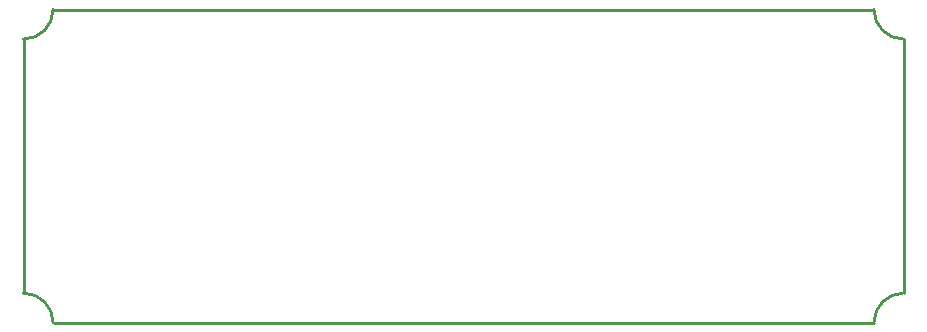
<source format=gko>
G04 Layer_Color=16711935*
%FSLAX44Y44*%
%MOMM*%
G71*
G01*
G75*
%ADD42C,0.2540*%
D42*
X720000Y265000D02*
G03*
X745000Y240000I25000J0D01*
G01*
X0D02*
G03*
X25000Y265000I0J25000D01*
G01*
X745000Y25000D02*
G03*
X720000Y-0I0J-25000D01*
G01*
X25000Y0D02*
G03*
X-0Y25000I-25000J0D01*
G01*
X0D02*
Y240000D01*
X25000Y265000D02*
X720000D01*
X745000Y25000D02*
Y240000D01*
X26000Y-0D02*
X720000D01*
M02*

</source>
